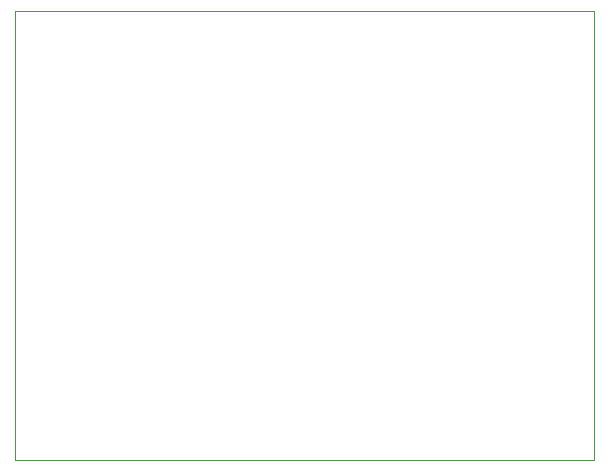
<source format=gbr>
%TF.GenerationSoftware,KiCad,Pcbnew,7.0.2*%
%TF.CreationDate,2023-04-22T20:19:08-03:00*%
%TF.ProjectId,usbsplitter,75736273-706c-4697-9474-65722e6b6963,1.0.1*%
%TF.SameCoordinates,Original*%
%TF.FileFunction,Profile,NP*%
%FSLAX46Y46*%
G04 Gerber Fmt 4.6, Leading zero omitted, Abs format (unit mm)*
G04 Created by KiCad (PCBNEW 7.0.2) date 2023-04-22 20:19:08*
%MOMM*%
%LPD*%
G01*
G04 APERTURE LIST*
%TA.AperFunction,Profile*%
%ADD10C,0.100000*%
%TD*%
G04 APERTURE END LIST*
D10*
X201000000Y-65000000D02*
X152000000Y-65000000D01*
X201000000Y-103000000D02*
X201000000Y-65000000D01*
X152000000Y-103000000D02*
X201000000Y-103000000D01*
X152000000Y-65000000D02*
X152000000Y-103000000D01*
M02*

</source>
